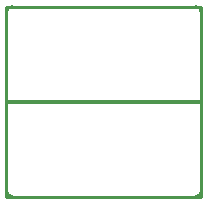
<source format=gbr>
G04*
G04 #@! TF.GenerationSoftware,Altium Limited,Altium Designer,25.8.1 (18)*
G04*
G04 Layer_Color=32896*
%FSLAX25Y25*%
%MOIN*%
G70*
G04*
G04 #@! TF.SameCoordinates,E2154C79-DA77-42C2-A4CA-17832CE20963*
G04*
G04*
G04 #@! TF.FilePolarity,Positive*
G04*
G01*
G75*
%ADD11C,0.01000*%
D11*
X164567Y161417D02*
G03*
X162598Y163386I-1969J0D01*
G01*
Y100000D02*
G03*
X164567Y101969I0J1969D01*
G01*
X101575Y163386D02*
G03*
X99606Y161417I0J-1969D01*
G01*
Y101969D02*
G03*
X101575Y100000I1969J0D01*
G01*
X162598D01*
X101575Y163386D02*
X162598D01*
X164567Y101969D02*
Y161417D01*
X99606Y101969D02*
Y161417D01*
X99606Y163386D02*
X164567D01*
X99606Y131890D02*
X164567D01*
X99606D02*
Y163386D01*
X164567Y131890D02*
Y163386D01*
X99606Y100000D02*
X164567D01*
X99606Y131496D02*
X164567D01*
Y100000D02*
Y131496D01*
X99606Y100000D02*
Y131496D01*
M02*

</source>
